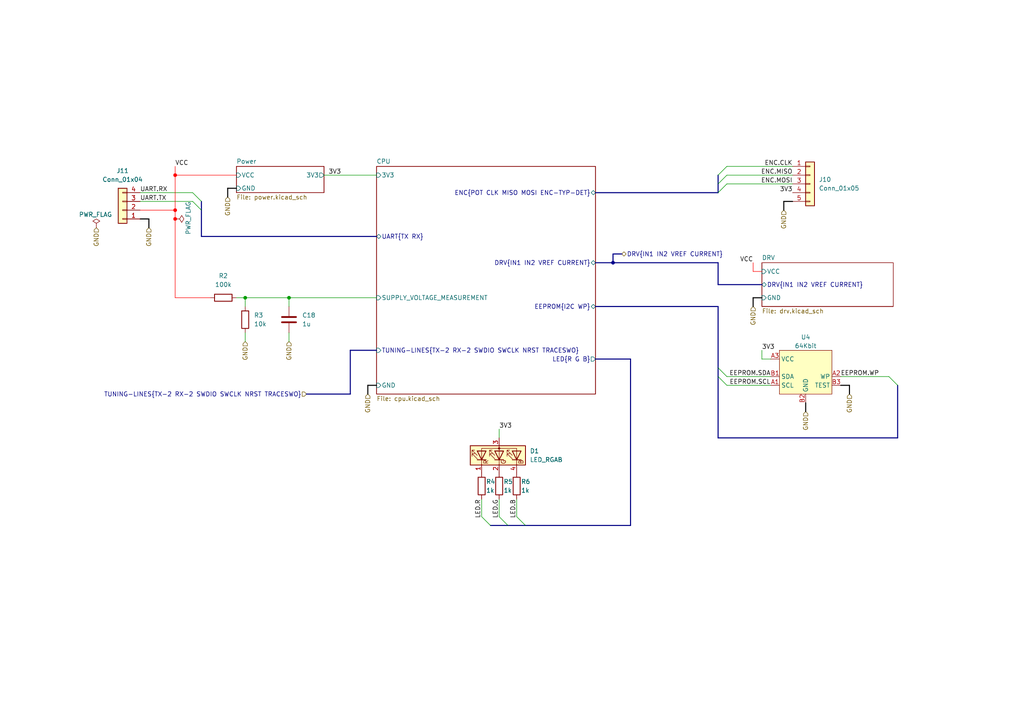
<source format=kicad_sch>
(kicad_sch (version 20230121) (generator eeschema)
  (paper "A4")
  (lib_symbols
    (symbol "Connector_Generic:Conn_01x04" (pin_names (offset 1.016) hide)
      (property "Reference" "J" (at 0 5.08 0))
      (property "Value" "Conn_01x04" (at 0 -7.62 0))
      (symbol "Conn_01x04_1_1"
        (rectangle (start -1.27 -4.953) (end 0 -5.207) (stroke (width 0.1524)))
        (rectangle (start -1.27 -2.413) (end 0 -2.667) (stroke (width 0.1524)))
        (rectangle (start -1.27 0.127) (end 0 -0.127) (stroke (width 0.1524)))
        (rectangle (start -1.27 2.667) (end 0 2.413) (stroke (width 0.1524)))
        (rectangle (start -1.27 3.81) (end 1.27 -6.35) (stroke (width 0.254)) (fill (type background)))
        (pin passive line (at -5.08 2.54 0) (length 3.81) (name "Pin_1") (number "1"))
        (pin passive line (at -5.08 0 0) (length 3.81) (name "Pin_2") (number "2"))
        (pin passive line (at -5.08 -2.54 0) (length 3.81) (name "Pin_3") (number "3"))
        (pin passive line (at -5.08 -5.08 0) (length 3.81) (name "Pin_4") (number "4"))
      )
    )
    (symbol "Connector_Generic:Conn_01x05" (pin_names (offset 1.016) hide)
      (property "Reference" "J" (at 0 7.62 0))
      (property "Value" "Conn_01x05" (at 0 -7.62 0))
      (symbol "Conn_01x05_1_1"
        (rectangle (start -1.27 -4.953) (end 0 -5.207) (stroke (width 0.1524)))
        (rectangle (start -1.27 -2.413) (end 0 -2.667) (stroke (width 0.1524)))
        (rectangle (start -1.27 0.127) (end 0 -0.127) (stroke (width 0.1524)))
        (rectangle (start -1.27 2.667) (end 0 2.413) (stroke (width 0.1524)))
        (rectangle (start -1.27 5.207) (end 0 4.953) (stroke (width 0.1524)))
        (rectangle (start -1.27 6.35) (end 1.27 -6.35) (stroke (width 0.254)) (fill (type background)))
        (pin passive line (at -5.08 5.08 0) (length 3.81) (name "Pin_1") (number "1"))
        (pin passive line (at -5.08 2.54 0) (length 3.81) (name "Pin_2") (number "2"))
        (pin passive line (at -5.08 0 0) (length 3.81) (name "Pin_3") (number "3"))
        (pin passive line (at -5.08 -2.54 0) (length 3.81) (name "Pin_4") (number "4"))
        (pin passive line (at -5.08 -5.08 0) (length 3.81) (name "Pin_5") (number "5"))
      )
    )
    (symbol "Device:C" (pin_numbers hide) (pin_names (offset 0.254))
      (property "Reference" "C" (at 0.635 2.54 0))
      (property "Value" "C" (at 0.635 -2.54 0))
      (symbol "C_0_1"
        (polyline (pts (xy -2.032 -0.762) (xy 2.032 -0.762)) (stroke (width 0.508)))
        (polyline (pts (xy -2.032 0.762) (xy 2.032 0.762)) (stroke (width 0.508)))
      )
      (symbol "C_1_1"
        (pin passive line (at 0 3.81 270) (length 2.794) (name "~") (number "1"))
        (pin passive line (at 0 -3.81 90) (length 2.794) (name "~") (number "2"))
      )
    )
    (symbol "Device:LED_RGAB" (pin_names (offset 0) hide)
      (property "Reference" "D" (at 0 9.398 0))
      (property "Value" "LED_RGAB" (at 0 -8.89 0))
      (symbol "LED_RGAB_0_0"
        (text "B" (at -1.905 -6.35 0) (effects (font (size 1.27 1.27))))
        (text "G" (at -1.905 -1.27 0) (effects (font (size 1.27 1.27))))
        (text "R" (at -1.905 3.81 0) (effects (font (size 1.27 1.27))))
      )
      (symbol "LED_RGAB_0_1"
        (polyline (pts (xy -1.27 -5.08) (xy -2.54 -5.08)))
        (polyline (pts (xy -1.27 -5.08) (xy 1.27 -5.08)))
        (polyline (pts (xy -1.27 -3.81) (xy -1.27 -6.35)) (stroke (width 0.254)))
        (polyline (pts (xy -1.27 0) (xy -2.54 0)))
        (polyline (pts (xy -1.27 1.27) (xy -1.27 -1.27)) (stroke (width 0.254)))
        (polyline (pts (xy -1.27 5.08) (xy -2.54 5.08)))
        (polyline (pts (xy -1.27 5.08) (xy 1.27 5.08)))
        (polyline (pts (xy -1.27 6.35) (xy -1.27 3.81)) (stroke (width 0.254)))
        (polyline (pts (xy 1.27 0) (xy -1.27 0)))
        (polyline (pts (xy 1.27 0) (xy 2.54 0)))
        (polyline (pts (xy -1.27 1.27) (xy -1.27 -1.27) (xy -1.27 -1.27)))
        (polyline (pts (xy -1.27 6.35) (xy -1.27 3.81) (xy -1.27 3.81)))
        (polyline (pts (xy 1.27 -5.08) (xy 2.032 -5.08) (xy 2.032 5.08) (xy 1.27 5.08)))
        (polyline (pts (xy 1.27 -3.81) (xy 1.27 -6.35) (xy -1.27 -5.08) (xy 1.27 -3.81)) (stroke (width 0.254)))
        (polyline (pts (xy 1.27 1.27) (xy 1.27 -1.27) (xy -1.27 0) (xy 1.27 1.27)) (stroke (width 0.254)))
        (polyline (pts (xy 1.27 6.35) (xy 1.27 3.81) (xy -1.27 5.08) (xy 1.27 6.35)) (stroke (width 0.254)))
        (polyline (pts (xy -1.016 -3.81) (xy 0.508 -2.286) (xy -0.254 -2.286) (xy 0.508 -2.286) (xy 0.508 -3.048)))
        (polyline (pts (xy -1.016 1.27) (xy 0.508 2.794) (xy -0.254 2.794) (xy 0.508 2.794) (xy 0.508 2.032)))
        (polyline (pts (xy -1.016 6.35) (xy 0.508 7.874) (xy -0.254 7.874) (xy 0.508 7.874) (xy 0.508 7.112)))
        (polyline (pts (xy 0 -3.81) (xy 1.524 -2.286) (xy 0.762 -2.286) (xy 1.524 -2.286) (xy 1.524 -3.048)))
        (polyline (pts (xy 0 1.27) (xy 1.524 2.794) (xy 0.762 2.794) (xy 1.524 2.794) (xy 1.524 2.032)))
        (polyline (pts (xy 0 6.35) (xy 1.524 7.874) (xy 0.762 7.874) (xy 1.524 7.874) (xy 1.524 7.112)))
        (rectangle (start 1.27 -1.27) (end 1.27 1.27))
        (rectangle (start 1.27 1.27) (end 1.27 1.27))
        (rectangle (start 1.27 3.81) (end 1.27 6.35))
        (rectangle (start 1.27 6.35) (end 1.27 6.35))
        (circle (center 2.032 0) (radius 0.254) (fill (type outline)))
        (rectangle (start 2.794 8.382) (end -2.794 -7.62) (stroke (width 0.254)) (fill (type background)))
      )
      (symbol "LED_RGAB_1_1"
        (pin passive line (at -5.08 5.08 0) (length 2.54) (name "RK") (number "1"))
        (pin passive line (at -5.08 0 0) (length 2.54) (name "GK") (number "2"))
        (pin passive line (at 5.08 0 180) (length 2.54) (name "A") (number "3"))
        (pin passive line (at -5.08 -5.08 0) (length 2.54) (name "BK") (number "4"))
      )
    )
    (symbol "Device:R" (pin_numbers hide) (pin_names (offset 0))
      (property "Reference" "R" (at 2.032 0 90))
      (property "Value" "R" (at 0 0 90))
      (symbol "R_0_1"
        (rectangle (start -1.016 -2.54) (end 1.016 2.54) (stroke (width 0.254)))
      )
      (symbol "R_1_1"
        (pin passive line (at 0 3.81 270) (length 1.27) (name "~") (number "1"))
        (pin passive line (at 0 -3.81 90) (length 1.27) (name "~") (number "2"))
      )
    )
    (symbol "RKL-Memory:BRCC064GWZ-3E2"
      (property "Reference" "U" (at 0 7.62 0))
      (property "Value" "64Kbit" (at 0 5.08 0))
      (symbol "BRCC064GWZ-3E2_1_1"
        (rectangle (start -7.62 2.54) (end 7.62 -10.16) (fill (type background)))
        (pin input line (at -10.16 -7.62 0) (length 2.54) (name "SCL") (number "A1"))
        (pin input line (at 10.16 -5.08 180) (length 2.54) (name "WP") (number "A2"))
        (pin input line (at -10.16 0 0) (length 2.54) (name "VCC") (number "A3"))
        (pin bidirectional line (at -10.16 -5.08 0) (length 2.54) (name "SDA") (number "B1"))
        (pin input line (at 0 -12.7 90) (length 2.54) (name "GND") (number "B2"))
        (pin input line (at 10.16 -7.62 180) (length 2.54) (name "TEST") (number "B3"))
      )
    )
    (symbol "power:PWR_FLAG" (power) (pin_numbers hide) (pin_names (offset 0) hide)
      (property "Value" "PWR_FLAG" (at 0 3.81 0))
      (symbol "PWR_FLAG_0_0"
        (pin power_out line (at 0 0 90) (length 0) (name "pwr") (number "1"))
      )
      (symbol "PWR_FLAG_0_1"
        (polyline (pts (xy 0 0) (xy 0 1.27) (xy -1.016 1.905) (xy 0 2.54) (xy 1.016 1.905) (xy 0 1.27)))
      )
    )
  )
  (junction (at 177.8 76.2))
  (junction (at 83.82 86.36))
  (junction (at 50.8 60.96) (color 255 0 0 1))
  (junction (at 71.12 86.36))
  (junction (at 50.8 63.5) (color 255 0 0 1))
  (junction (at 50.8 50.8) (color 255 0 0 1))
  (bus_entry (at 208.28 50.8) (size 2.54 -2.54))
  (bus_entry (at 208.28 109.22) (size 2.54 2.54))
  (bus_entry (at 152.4 152.4) (size -2.54 -2.54))
  (bus_entry (at 142.24 152.4) (size -2.54 -2.54))
  (bus_entry (at 208.28 55.88) (size 2.54 -2.54))
  (bus_entry (at 147.32 152.4) (size -2.54 -2.54))
  (bus_entry (at 58.42 60.96) (size -2.54 -2.54))
  (bus_entry (at 260.35 111.76) (size -2.54 -2.54))
  (bus_entry (at 208.28 53.34) (size 2.54 -2.54))
  (bus_entry (at 208.28 106.68) (size 2.54 2.54))
  (bus_entry (at 58.42 58.42) (size -2.54 -2.54))
  (wire (pts (xy 83.82 96.52) (xy 83.82 99.06)))
  (bus (pts (xy 172.72 88.9) (xy 208.28 88.9)))
  (wire (pts (xy 83.82 86.36) (xy 109.22 86.36)))
  (wire (pts (xy 66.04 54.61) (xy 68.58 54.61)) (stroke (width 0.3) (color 0 0 0 1)))
  (wire (pts (xy 246.38 114.3) (xy 246.38 111.76)) (stroke (width 0.3) (color 0 0 0 1)))
  (wire (pts (xy 40.64 63.5) (xy 43.18 63.5)) (stroke (width 0.3) (color 0 0 0 1)))
  (bus (pts (xy 208.28 53.34) (xy 208.28 55.88)))
  (bus (pts (xy 58.42 60.96) (xy 58.42 68.58)))
  (bus (pts (xy 208.28 50.8) (xy 208.28 53.34)))
  (wire (pts (xy 243.84 111.76) (xy 246.38 111.76)) (stroke (width 0.3) (color 0 0 0 1)))
  (bus (pts (xy 182.88 104.14) (xy 182.88 152.4)))
  (wire (pts (xy 243.84 109.22) (xy 257.81 109.22)))
  (wire (pts (xy 106.68 114.3) (xy 106.68 111.76)) (stroke (width 0.3) (color 0 0 0 1)))
  (bus (pts (xy 101.6 114.3) (xy 101.6 101.6)))
  (wire (pts (xy 50.8 63.5) (xy 50.8 86.36)) (stroke (width 0) (color 255 0 0 1)))
  (bus (pts (xy 177.8 76.2) (xy 208.28 76.2)))
  (bus (pts (xy 208.28 82.55) (xy 220.98 82.55)))
  (wire (pts (xy 60.96 86.36) (xy 50.8 86.36)) (stroke (width 0) (color 255 0 0 1)))
  (wire (pts (xy 68.58 86.36) (xy 71.12 86.36)))
  (wire (pts (xy 71.12 86.36) (xy 83.82 86.36)))
  (wire (pts (xy 218.44 88.9) (xy 218.44 86.36)) (stroke (width 0.3) (color 0 0 0 1)))
  (wire (pts (xy 220.98 101.6) (xy 220.98 104.14)))
  (wire (pts (xy 227.33 60.96) (xy 227.33 58.42)) (stroke (width 0.3) (color 0 0 0 1)))
  (wire (pts (xy 66.04 57.15) (xy 66.04 54.61)) (stroke (width 0.3) (color 0 0 0 1)))
  (bus (pts (xy 208.28 127) (xy 260.35 127)))
  (bus (pts (xy 208.28 106.68) (xy 208.28 109.22)))
  (bus (pts (xy 180.34 73.66) (xy 177.8 73.66)))
  (wire (pts (xy 71.12 96.52) (xy 71.12 99.06)))
  (wire (pts (xy 218.44 86.36) (xy 220.98 86.36)) (stroke (width 0.3) (color 0 0 0 1)))
  (wire (pts (xy 50.8 48.26) (xy 50.8 50.8)) (stroke (width 0) (color 255 0 0 1)))
  (bus (pts (xy 177.8 73.66) (xy 177.8 76.2)))
  (wire (pts (xy 106.68 111.76) (xy 109.22 111.76)) (stroke (width 0.3) (color 0 0 0 1)))
  (wire (pts (xy 227.33 58.42) (xy 229.87 58.42)) (stroke (width 0.3) (color 0 0 0 1)))
  (wire (pts (xy 50.8 50.8) (xy 68.58 50.8)) (stroke (width 0) (color 255 0 0 1)))
  (bus (pts (xy 208.28 76.2) (xy 208.28 82.55)))
  (bus (pts (xy 147.32 152.4) (xy 152.4 152.4)))
  (wire (pts (xy 40.64 55.88) (xy 55.88 55.88)))
  (wire (pts (xy 220.98 104.14) (xy 223.52 104.14)))
  (bus (pts (xy 172.72 76.2) (xy 177.8 76.2)))
  (wire (pts (xy 93.98 50.8) (xy 109.22 50.8)))
  (wire (pts (xy 210.82 109.22) (xy 223.52 109.22)))
  (wire (pts (xy 139.7 144.78) (xy 139.7 149.86)))
  (bus (pts (xy 88.9 114.3) (xy 101.6 114.3)))
  (wire (pts (xy 83.82 88.9) (xy 83.82 86.36)))
  (wire (pts (xy 210.82 50.8) (xy 229.87 50.8)))
  (bus (pts (xy 208.28 109.22) (xy 208.28 127)))
  (wire (pts (xy 71.12 86.36) (xy 71.12 88.9)))
  (wire (pts (xy 40.64 60.96) (xy 50.8 60.96)) (stroke (width 0) (color 255 0 0 1)))
  (bus (pts (xy 58.42 68.58) (xy 109.22 68.58)))
  (bus (pts (xy 172.72 104.14) (xy 182.88 104.14)))
  (bus (pts (xy 208.28 88.9) (xy 208.28 106.68)))
  (bus (pts (xy 142.24 152.4) (xy 147.32 152.4)))
  (wire (pts (xy 149.86 144.78) (xy 149.86 149.86)))
  (wire (pts (xy 233.68 119.38) (xy 233.68 116.84)) (stroke (width 0.3) (color 0 0 0 1)))
  (wire (pts (xy 218.44 78.74) (xy 220.98 78.74)) (stroke (width 0) (color 255 0 0 1)))
  (wire (pts (xy 210.82 48.26) (xy 229.87 48.26)))
  (wire (pts (xy 50.8 50.8) (xy 50.8 60.96)) (stroke (width 0) (color 255 0 0 1)))
  (wire (pts (xy 50.8 60.96) (xy 50.8 63.5)) (stroke (width 0) (color 255 0 0 1)))
  (wire (pts (xy 144.78 124.46) (xy 144.78 127)))
  (bus (pts (xy 260.35 111.76) (xy 260.35 127)))
  (bus (pts (xy 152.4 152.4) (xy 182.88 152.4)))
  (wire (pts (xy 144.78 144.78) (xy 144.78 149.86)))
  (wire (pts (xy 43.18 63.5) (xy 43.18 66.04)) (stroke (width 0.3) (color 0 0 0 1)))
  (wire (pts (xy 218.44 76.2) (xy 218.44 78.74)) (stroke (width 0) (color 255 0 0 1)))
  (bus (pts (xy 58.42 58.42) (xy 58.42 60.96)))
  (wire (pts (xy 210.82 111.76) (xy 223.52 111.76)))
  (wire (pts (xy 40.64 58.42) (xy 55.88 58.42)))
  (bus (pts (xy 208.28 55.88) (xy 172.72 55.88)))
  (wire (pts (xy 210.82 53.34) (xy 229.87 53.34)))
  (bus (pts (xy 101.6 101.6) (xy 109.22 101.6)))
  (label "LED.B" (at 149.86 144.78 270))
  (label "ENC.MOSI" (at 229.87 53.34 180))
  (label "VCC" (at 218.44 76.2 180))
  (label "ENC.CLK" (at 229.87 48.26 180))
  (label "EEPROM.WP" (at 243.84 109.22 0))
  (label "3V3" (at 229.87 55.88 180))
  (label "3V3" (at 220.98 101.6 0))
  (label "EEPROM.SCL" (at 223.52 111.76 180))
  (label "ENC.MISO" (at 229.87 50.8 180))
  (label "3V3" (at 95.25 50.8 0))
  (label "UART.RX" (at 40.64 55.88 0))
  (label "EEPROM.SDA" (at 223.52 109.22 180))
  (label "VCC" (at 50.8 48.26 0))
  (label "LED.R" (at 139.7 144.78 270))
  (label "3V3" (at 144.78 124.46 0))
  (label "LED.G" (at 144.78 144.78 270))
  (label "UART.TX" (at 40.64 58.42 0))
  (hierarchical_label "GND" (shape input) (at 246.38 114.3 270))
  (hierarchical_label "GND" (shape input) (at 83.82 99.06 270))
  (hierarchical_label "GND" (shape input) (at 71.12 99.06 270))
  (hierarchical_label "GND" (shape input) (at 106.68 114.3 270))
  (hierarchical_label "GND" (shape input) (at 43.18 66.04 270))
  (hierarchical_label "GND" (shape input) (at 227.33 60.96 270))
  (hierarchical_label "GND" (shape input) (at 233.68 119.38 270))
  (hierarchical_label "GND" (shape input) (at 66.04 57.15 270))
  (hierarchical_label "GND" (shape input) (at 27.94 66.04 270))
  (hierarchical_label "DRV{IN1 IN2 VREF CURRENT}" (shape bidirectional) (at 180.34 73.66 0))
  (hierarchical_label "GND" (shape input) (at 218.44 88.9 270))
  (hierarchical_label "TUNING-LINES{TX-2 RX-2 SWDIO SWCLK NRST TRACESWO}" (shape input) (at 88.9 114.3 180))
  (symbol (lib_id "Connector_Generic:Conn_01x04") (at 35.56 60.96 180) (unit 1)
    (property "Reference" "J11" (at 35.56 49.53 0))
    (property "Value" "Conn_01x04" (at 35.56 52.07 0))
    (property "Footprint" "Connector_JST:JST_PH_B4B-PH-K_1x04_P2.00mm_Vertical" (effects hide))
  )
  (symbol (lib_id "RKL-Memory:BRCC064GWZ-3E2") (at 233.68 104.14 0) (unit 1)
    (property "Reference" "U4" (at 233.68 97.79 0))
    (property "Value" "64Kbit" (at 233.68 100.33 0))
    (property "Footprint" "RKL-StandardPackages:XFBGA-6" (effects hide))
    (property "Datasheet" "https://wmsc.lcsc.com/wmsc/upload/file/pdf/v2/lcsc/1806041011_ROHM-Semicon-BRCC064GWZ-3E2_C123068.pdf" (effects hide))
    (property "LCSC" "C123068" (effects hide))
  )
  (symbol (lib_id "Device:LED_RGAB") (at 144.78 132.08 90) (unit 1)
    (property "Reference" "D1" (at 153.67 130.81 90) (effects (justify right)))
    (property "Value" "LED_RGAB" (at 153.67 133.35 90) (effects (justify right)))
    (property "Footprint" "LED_SMD:LED_LiteOn_LTST-C19HE1WT" (effects hide))
    (property "Datasheet" "https://wmsc.lcsc.com/wmsc/upload/file/pdf/v2/lcsc/2211030000_XINGLIGHT-XL-1615RGBC-RF_C965840.pdf" (effects hide))
    (property "LCSC" "C965840" (effects hide))
  )
  (symbol (lib_id "Device:R") (at 149.86 140.97 0) (unit 1)
    (property "Reference" "R6" (at 151.13 139.7 0) (effects (justify left)))
    (property "Value" "1k" (at 151.13 142.24 0) (effects (justify left)))
    (property "Footprint" "Capacitor_SMD:C_0201_0603Metric" (effects hide))
    (property "LCSC" "C138165" (effects hide))
  )
  (symbol (lib_id "Device:R") (at 144.78 140.97 0) (unit 1)
    (property "Reference" "R5" (at 146.05 139.7 0) (effects (justify left)))
    (property "Value" "1k" (at 146.05 142.24 0) (effects (justify left)))
    (property "Footprint" "Capacitor_SMD:C_0201_0603Metric" (effects hide))
    (property "LCSC" "C138165" (effects hide))
  )
  (symbol (lib_id "Connector_Generic:Conn_01x05") (at 234.95 53.34 0) (unit 1)
    (property "Reference" "J10" (at 237.49 52.07 0) (effects (justify left)))
    (property "Value" "Conn_01x05" (at 237.49 54.61 0) (effects (justify left)))
    (property "Footprint" "Connector_PinHeader_2.00mm:PinHeader_1x05_P2.00mm_Vertical" (effects hide))
    (property "LCSC" "C7501286" (effects hide))
    (property "JLCPCB_IGNORE" "1" (effects hide))
  )
  (symbol (lib_id "Device:C") (at 83.82 92.71 0) (unit 1)
    (property "Reference" "C18" (at 87.63 91.44 0) (effects (justify left)))
    (property "Value" "1u" (at 87.63 93.98 0) (effects (justify left)))
    (property "Footprint" "Capacitor_SMD:C_0402_1005Metric" (effects hide))
    (property "LCSC" "C52923" (effects hide))
    (property "note" "25V, X5R" (effects hide))
  )
  (symbol (lib_id "Device:R") (at 139.7 140.97 0) (unit 1)
    (property "Reference" "R4" (at 140.97 139.7 0) (effects (justify left)))
    (property "Value" "1k" (at 140.97 142.24 0) (effects (justify left)))
    (property "Footprint" "Capacitor_SMD:C_0201_0603Metric" (effects hide))
    (property "LCSC" "C138165" (effects hide))
  )
  (symbol (lib_id "Device:R") (at 64.77 86.36 90) (unit 1)
    (property "Reference" "R2" (at 64.77 80.01 90))
    (property "Value" "100k" (at 64.77 82.55 90))
    (property "Footprint" "Resistor_SMD:R_0201_0603Metric" (effects hide))
    (property "LCSC" "C320497" (effects hide))
  )
  (symbol (lib_id "power:PWR_FLAG") (at 27.94 66.04 0) (unit 1)
    (property "Reference" "#FLG02" (effects hide))
    (property "Value" "PWR_FLAG" (at 22.86 62.23 0) (effects (justify left)))
  )
  (symbol (lib_id "power:PWR_FLAG") (at 50.8 63.5 270) (unit 1)
    (property "Reference" "#FLG03" (effects hide))
    (property "Value" "PWR_FLAG" (at 54.61 58.42 0) (effects (justify left)))
  )
  (symbol (lib_id "Device:R") (at 71.12 92.71 180) (unit 1)
    (property "Reference" "R3" (at 73.66 91.44 0) (effects (justify right)))
    (property "Value" "10k" (at 73.66 93.98 0) (effects (justify right)))
    (property "Footprint" "Resistor_SMD:R_0201_0603Metric" (effects hide))
    (property "LCSC" "C473048" (effects hide))
  )
  (sheet (at 109.22 48.26) (size 63.5 66.04) (stroke (width 0.1524))
    (property "Sheetname" "CPU" (at 109.22 47.5484 0) (effects (justify left bottom)))
    (property "Sheetfile" "cpu.kicad_sch" (at 109.22 114.8846 0) (effects (justify left top)))
    (pin "3V3" input (at 109.22 50.8 180))
    (pin "GND" input (at 109.22 111.76 180))
    (pin "ENC{POT CLK MISO MOSI ENC-TYP-DET}" bidirectional (at 172.72 55.88 0))
    (pin "LED{R G B}" output (at 172.72 104.14 0))
    (pin "UART{TX RX}" bidirectional (at 109.22 68.58 180))
    (pin "EEPROM{I2C WP}" bidirectional (at 172.72 88.9 0))
    (pin "SUPPLY_VOLTAGE_MEASUREMENT" input (at 109.22 86.36 180))
    (pin "TUNING-LINES{TX-2 RX-2 SWDIO SWCLK NRST TRACESWO}" input (at 109.22 101.6 180))
    (pin "DRV{IN1 IN2 VREF CURRENT}" bidirectional (at 172.72 76.2 0))
  )
  (sheet (at 220.98 76.2) (size 38.1 12.7) (stroke (width 0.1524))
    (property "Sheetname" "DRV" (at 220.98 75.4884 0) (effects (justify left bottom)))
    (property "Sheetfile" "drv.kicad_sch" (at 220.98 89.4846 0) (effects (justify left top)))
    (pin "GND" input (at 220.98 86.36 180))
    (pin "VCC" input (at 220.98 78.74 180))
    (pin "DRV{IN1 IN2 VREF CURRENT}" bidirectional (at 220.98 82.55 180))
  )
  (sheet (at 68.58 48.26) (size 25.4 7.62) (stroke (width 0.1524))
    (property "Sheetname" "Power" (at 68.58 47.5484 0) (effects (justify left bottom)))
    (property "Sheetfile" "power.kicad_sch" (at 68.58 56.4646 0) (effects (justify left top)))
    (pin "GND" input (at 68.58 54.61 180))
    (pin "3V3" output (at 93.98 50.8 0))
    (pin "VCC" input (at 68.58 50.8 180))
  )
)
</source>
